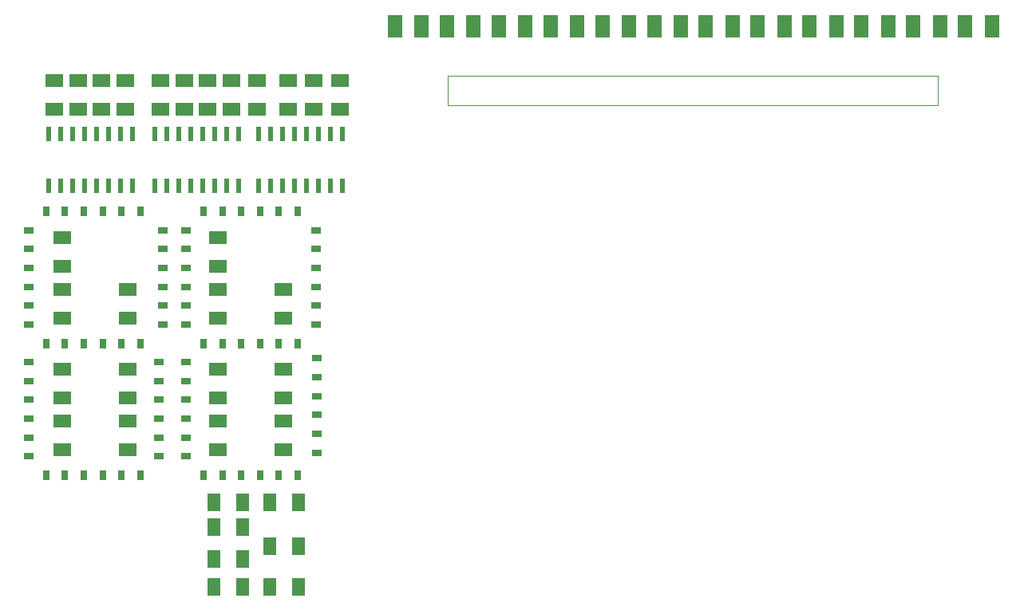
<source format=gtp>
G04*
G04 #@! TF.GenerationSoftware,Altium Limited,Altium Designer,19.1.7 (138)*
G04*
G04 Layer_Color=8421504*
%FSLAX44Y44*%
%MOMM*%
G71*
G01*
G75*
%ADD12C,0.0500*%
%ADD15R,1.6000X2.4000*%
%ADD16R,1.4000X1.9000*%
%ADD17R,1.9000X1.4000*%
%ADD18R,0.6000X1.5200*%
%ADD19R,1.0000X0.8000*%
%ADD20R,0.8000X1.0000*%
D12*
X738400Y790000D02*
Y821000D01*
X1258150D01*
Y790000D01*
X738400D01*
D15*
X875500Y874000D02*
D03*
X902000D02*
D03*
X930500D02*
D03*
X957000D02*
D03*
X985500D02*
D03*
X1012000D02*
D03*
X1040500D02*
D03*
X1067000D02*
D03*
X1095500D02*
D03*
X1122000D02*
D03*
X1150500D02*
D03*
X1177000D02*
D03*
X1205500D02*
D03*
X1232000D02*
D03*
X1260500D02*
D03*
X1287000D02*
D03*
X1315500D02*
D03*
X847000D02*
D03*
X820500D02*
D03*
X792000D02*
D03*
X765500D02*
D03*
X737000D02*
D03*
X710500D02*
D03*
X682000D02*
D03*
D16*
X490349Y278750D02*
D03*
X520849D02*
D03*
X549599D02*
D03*
X580099D02*
D03*
X579849Y321750D02*
D03*
X549349D02*
D03*
X520849Y341750D02*
D03*
Y307750D02*
D03*
X490349Y341750D02*
D03*
Y307750D02*
D03*
X549349Y367750D02*
D03*
X579849D02*
D03*
X520849D02*
D03*
X490349D02*
D03*
D17*
X399000Y423750D02*
D03*
Y454250D02*
D03*
Y478750D02*
D03*
Y509250D02*
D03*
Y563750D02*
D03*
Y594250D02*
D03*
X494000Y509250D02*
D03*
Y478750D02*
D03*
Y454250D02*
D03*
Y423750D02*
D03*
X564000D02*
D03*
Y454250D02*
D03*
Y478750D02*
D03*
Y509250D02*
D03*
Y563750D02*
D03*
Y594250D02*
D03*
X494000Y649250D02*
D03*
Y618750D02*
D03*
Y594250D02*
D03*
Y563750D02*
D03*
X329000Y649250D02*
D03*
Y618750D02*
D03*
Y594250D02*
D03*
Y563750D02*
D03*
Y509250D02*
D03*
Y478750D02*
D03*
Y454250D02*
D03*
Y423750D02*
D03*
X623500Y785250D02*
D03*
Y815750D02*
D03*
X596000D02*
D03*
Y785250D02*
D03*
X568500Y815750D02*
D03*
Y785250D02*
D03*
X536000Y815750D02*
D03*
Y785250D02*
D03*
X508500Y815750D02*
D03*
Y785250D02*
D03*
X483500Y815750D02*
D03*
Y785250D02*
D03*
X458500Y815750D02*
D03*
Y785250D02*
D03*
X433500Y815750D02*
D03*
Y785250D02*
D03*
X396000Y815750D02*
D03*
Y785250D02*
D03*
X371000Y815750D02*
D03*
Y785250D02*
D03*
X346000Y815750D02*
D03*
Y785250D02*
D03*
X321000Y815750D02*
D03*
Y785250D02*
D03*
D18*
X613250Y704000D02*
D03*
X625950D02*
D03*
X600550D02*
D03*
X587850D02*
D03*
X575150D02*
D03*
X562450D02*
D03*
X549750D02*
D03*
X537050D02*
D03*
X515950D02*
D03*
X503250D02*
D03*
X490550D02*
D03*
X477850D02*
D03*
X465150D02*
D03*
X452450D02*
D03*
X439750D02*
D03*
X427050D02*
D03*
X403450D02*
D03*
X390750D02*
D03*
X378050D02*
D03*
X365350D02*
D03*
X352650D02*
D03*
X339950D02*
D03*
X327250D02*
D03*
X314550D02*
D03*
X365350Y759000D02*
D03*
X378050D02*
D03*
X390750D02*
D03*
X403450D02*
D03*
X427050D02*
D03*
X439750D02*
D03*
X452450D02*
D03*
X465150D02*
D03*
X477850D02*
D03*
X490550D02*
D03*
X503250D02*
D03*
X515950D02*
D03*
X537050D02*
D03*
X549750D02*
D03*
X562450D02*
D03*
X575150D02*
D03*
X587850D02*
D03*
X600550D02*
D03*
X613250D02*
D03*
X625950D02*
D03*
X352650D02*
D03*
X339950D02*
D03*
X327250D02*
D03*
X314550D02*
D03*
D19*
X294000Y417000D02*
D03*
Y437000D02*
D03*
Y457000D02*
D03*
Y477000D02*
D03*
Y497000D02*
D03*
Y517000D02*
D03*
Y557000D02*
D03*
Y577000D02*
D03*
Y597000D02*
D03*
Y617000D02*
D03*
Y637000D02*
D03*
Y657000D02*
D03*
X432000Y517000D02*
D03*
Y497000D02*
D03*
Y477000D02*
D03*
Y457000D02*
D03*
Y437000D02*
D03*
Y417000D02*
D03*
X460000D02*
D03*
Y437000D02*
D03*
Y457000D02*
D03*
Y477000D02*
D03*
Y497000D02*
D03*
Y517000D02*
D03*
Y557000D02*
D03*
Y577000D02*
D03*
Y597000D02*
D03*
Y617000D02*
D03*
Y637000D02*
D03*
Y657000D02*
D03*
X436000D02*
D03*
Y637000D02*
D03*
Y617000D02*
D03*
Y597000D02*
D03*
Y577000D02*
D03*
Y557000D02*
D03*
X599500Y441000D02*
D03*
Y421000D02*
D03*
Y461000D02*
D03*
Y481000D02*
D03*
Y501000D02*
D03*
Y521000D02*
D03*
X598500Y557000D02*
D03*
Y577000D02*
D03*
Y597000D02*
D03*
Y617000D02*
D03*
Y637000D02*
D03*
Y657000D02*
D03*
D20*
X392000Y396500D02*
D03*
X412000D02*
D03*
X372000D02*
D03*
X352000D02*
D03*
X332000D02*
D03*
X312000D02*
D03*
X392000Y537000D02*
D03*
X412000D02*
D03*
X372000D02*
D03*
X352000D02*
D03*
X332000D02*
D03*
X312000D02*
D03*
X392000Y677500D02*
D03*
X412000D02*
D03*
X372000D02*
D03*
X352000D02*
D03*
X332000D02*
D03*
X312000D02*
D03*
X479000Y537000D02*
D03*
X499000D02*
D03*
X519000D02*
D03*
X539000D02*
D03*
X559000D02*
D03*
X579000D02*
D03*
X499000Y396500D02*
D03*
X479000D02*
D03*
X519000D02*
D03*
X539000D02*
D03*
X559000D02*
D03*
X579000D02*
D03*
Y677500D02*
D03*
X559000D02*
D03*
X539000D02*
D03*
X519000D02*
D03*
X499000D02*
D03*
X479000D02*
D03*
M02*

</source>
